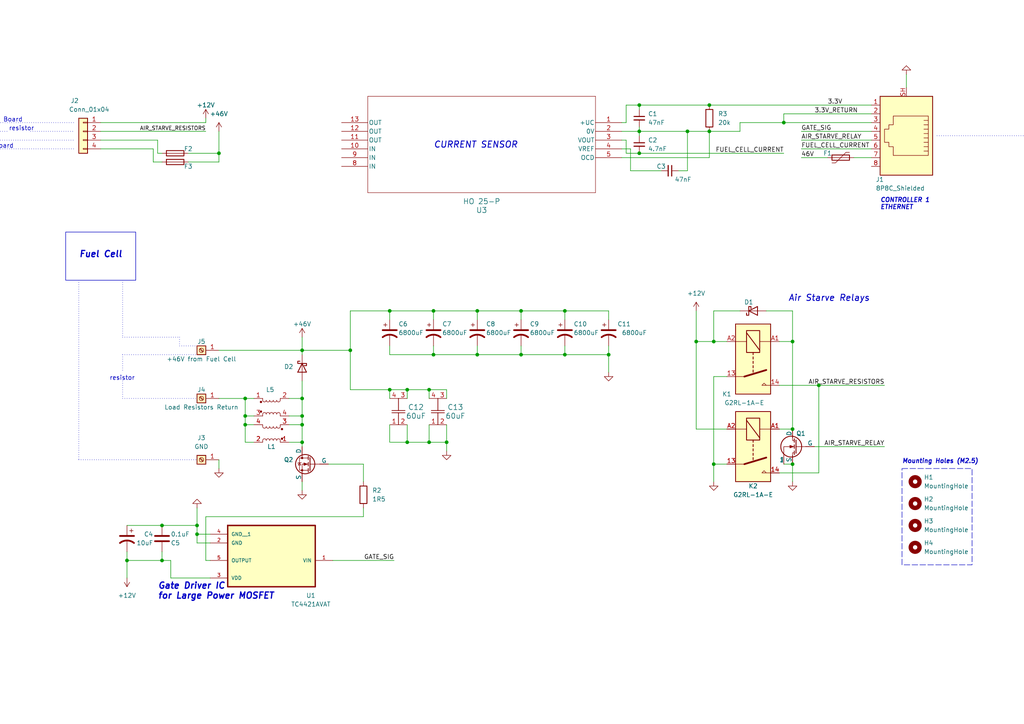
<source format=kicad_sch>
(kicad_sch (version 20230121) (generator eeschema)
  (paper "A4")
  (lib_symbols
    (symbol "2024-01-06_11-24-14:C4ATDBW5600A30J" (pin_names (offset 0.254))
      (property "Reference" "C" (at 2.54 5.08 0))
      (property "Value" "C4ATDBW5600A30J" (at 5.08 -5.08 0))
      (symbol "C4ATDBW5600A30J_0_1"
        (polyline (pts (xy 0 0) (xy 3.4798 0)) (stroke (width 0.2032)))
        (polyline (pts (xy 3.4798 -1.905) (xy 3.4798 1.905)) (stroke (width 0.2032)))
        (polyline (pts (xy 4.1148 -1.905) (xy 4.1148 1.905)) (stroke (width 0.2032)))
        (polyline (pts (xy 4.1148 0) (xy 7.62 0)) (stroke (width 0.2032)))
        (pin unspecified line (at 0 2.54 270) (length 2.54) (name "") (number "1"))
        (pin unspecified line (at 0 -2.54 90) (length 2.54) (name "") (number "2"))
        (pin unspecified line (at 7.62 -2.54 90) (length 2.54) (name "") (number "3"))
        (pin unspecified line (at 7.62 2.54 270) (length 2.54) (name "") (number "4"))
      )
    )
    (symbol "Connector:8P8C_Shielded" (pin_names (offset 1.016))
      (property "Reference" "J" (at -5.08 13.97 0))
      (property "Value" "8P8C_Shielded" (at 2.54 13.97 0))
      (symbol "8P8C_Shielded_0_1"
        (polyline (pts (xy -5.08 4.445) (xy -6.35 4.445)))
        (polyline (pts (xy -5.08 5.715) (xy -6.35 5.715)))
        (polyline (pts (xy -6.35 -3.175) (xy -5.08 -3.175) (xy -5.08 -3.175)))
        (polyline (pts (xy -6.35 -1.905) (xy -5.08 -1.905) (xy -5.08 -1.905)))
        (polyline (pts (xy -6.35 -0.635) (xy -5.08 -0.635) (xy -5.08 -0.635)))
        (polyline (pts (xy -6.35 0.635) (xy -5.08 0.635) (xy -5.08 0.635)))
        (polyline (pts (xy -6.35 1.905) (xy -5.08 1.905) (xy -5.08 1.905)))
        (polyline (pts (xy -5.08 3.175) (xy -6.35 3.175) (xy -6.35 3.175)))
        (polyline (pts (xy -6.35 -4.445) (xy -6.35 6.985) (xy 3.81 6.985) (xy 3.81 4.445) (xy 5.08 4.445) (xy 5.08 3.175) (xy 6.35 3.175) (xy 6.35 -0.635) (xy 5.08 -0.635) (xy 5.08 -1.905) (xy 3.81 -1.905) (xy 3.81 -4.445) (xy -6.35 -4.445) (xy -6.35 -4.445)))
        (rectangle (start 7.62 12.7) (end -7.62 -10.16) (stroke (width 0.254)) (fill (type background)))
      )
      (symbol "8P8C_Shielded_1_1"
        (pin passive line (at 10.16 -7.62 180) (length 2.54) (name "~") (number "1"))
        (pin passive line (at 10.16 -5.08 180) (length 2.54) (name "~") (number "2"))
        (pin passive line (at 10.16 -2.54 180) (length 2.54) (name "~") (number "3"))
        (pin passive line (at 10.16 0 180) (length 2.54) (name "~") (number "4"))
        (pin passive line (at 10.16 2.54 180) (length 2.54) (name "~") (number "5"))
        (pin passive line (at 10.16 5.08 180) (length 2.54) (name "~") (number "6"))
        (pin passive line (at 10.16 7.62 180) (length 2.54) (name "~") (number "7"))
        (pin passive line (at 10.16 10.16 180) (length 2.54) (name "~") (number "8"))
        (pin passive line (at 0 -12.7 90) (length 2.54) (name "~") (number "SH"))
      )
    )
    (symbol "Connector:Screw_Terminal_01x01" (pin_names (offset 1.016) hide)
      (property "Reference" "J" (at 0 2.54 0))
      (property "Value" "Screw_Terminal_01x01" (at 0 -2.54 0))
      (symbol "Screw_Terminal_01x01_1_1"
        (rectangle (start -1.27 1.27) (end 1.27 -1.27) (stroke (width 0.254)) (fill (type background)))
        (polyline (pts (xy -0.5334 0.3302) (xy 0.3302 -0.508)) (stroke (width 0.1524)))
        (polyline (pts (xy -0.3556 0.508) (xy 0.508 -0.3302)) (stroke (width 0.1524)))
        (circle (center 0 0) (radius 0.635) (stroke (width 0.1524)))
        (pin passive line (at -5.08 0 0) (length 3.81) (name "Pin_1") (number "1"))
      )
    )
    (symbol "Connector_Generic:Conn_01x04" (pin_names (offset 1.016) hide)
      (property "Reference" "J" (at 0 5.08 0))
      (property "Value" "Conn_01x04" (at 0 -7.62 0))
      (symbol "Conn_01x04_1_1"
        (rectangle (start -1.27 -4.953) (end 0 -5.207) (stroke (width 0.1524)))
        (rectangle (start -1.27 -2.413) (end 0 -2.667) (stroke (width 0.1524)))
        (rectangle (start -1.27 0.127) (end 0 -0.127) (stroke (width 0.1524)))
        (rectangle (start -1.27 2.667) (end 0 2.413) (stroke (width 0.1524)))
        (rectangle (start -1.27 3.81) (end 1.27 -6.35) (stroke (width 0.254)) (fill (type background)))
        (pin passive line (at -5.08 2.54 0) (length 3.81) (name "Pin_1") (number "1"))
        (pin passive line (at -5.08 0 0) (length 3.81) (name "Pin_2") (number "2"))
        (pin passive line (at -5.08 -2.54 0) (length 3.81) (name "Pin_3") (number "3"))
        (pin passive line (at -5.08 -5.08 0) (length 3.81) (name "Pin_4") (number "4"))
      )
    )
    (symbol "Device:C" (pin_numbers hide) (pin_names (offset 0.254))
      (property "Reference" "C" (at 0.635 2.54 0))
      (property "Value" "C" (at 0.635 -2.54 0))
      (symbol "C_0_1"
        (polyline (pts (xy -2.032 -0.762) (xy 2.032 -0.762)) (stroke (width 0.508)))
        (polyline (pts (xy -2.032 0.762) (xy 2.032 0.762)) (stroke (width 0.508)))
      )
      (symbol "C_1_1"
        (pin passive line (at 0 3.81 270) (length 2.794) (name "~") (number "1"))
        (pin passive line (at 0 -3.81 90) (length 2.794) (name "~") (number "2"))
      )
    )
    (symbol "Device:C_Polarized_US" (pin_numbers hide) (pin_names (offset 0.254) hide)
      (property "Reference" "C" (at 0.635 2.54 0))
      (property "Value" "C_Polarized_US" (at 0.635 -2.54 0))
      (symbol "C_Polarized_US_0_1"
        (polyline (pts (xy -2.032 0.762) (xy 2.032 0.762)) (stroke (width 0.508)))
        (polyline (pts (xy -1.778 2.286) (xy -0.762 2.286)))
        (polyline (pts (xy -1.27 1.778) (xy -1.27 2.794)))
        (arc (start 2.032 -1.27) (mid 0 -0.5572) (end -2.032 -1.27) (stroke (width 0.508)))
      )
      (symbol "C_Polarized_US_1_1"
        (pin passive line (at 0 3.81 270) (length 2.794) (name "~") (number "1"))
        (pin passive line (at 0 -3.81 90) (length 3.302) (name "~") (number "2"))
      )
    )
    (symbol "Device:C_Small" (pin_numbers hide) (pin_names (offset 0.254) hide)
      (property "Reference" "C" (at 0.254 1.778 0))
      (property "Value" "C_Small" (at 0.254 -2.032 0))
      (symbol "C_Small_0_1"
        (polyline (pts (xy -1.524 -0.508) (xy 1.524 -0.508)) (stroke (width 0.3302)))
        (polyline (pts (xy -1.524 0.508) (xy 1.524 0.508)) (stroke (width 0.3048)))
      )
      (symbol "C_Small_1_1"
        (pin passive line (at 0 2.54 270) (length 2.032) (name "~") (number "1"))
        (pin passive line (at 0 -2.54 90) (length 2.032) (name "~") (number "2"))
      )
    )
    (symbol "Device:D_Schottky" (pin_numbers hide) (pin_names (offset 1.016) hide)
      (property "Reference" "D" (at 0 2.54 0))
      (property "Value" "D_Schottky" (at 0 -2.54 0))
      (symbol "D_Schottky_0_1"
        (polyline (pts (xy 1.27 0) (xy -1.27 0)))
        (polyline (pts (xy 1.27 1.27) (xy 1.27 -1.27) (xy -1.27 0) (xy 1.27 1.27)) (stroke (width 0.254)))
        (polyline (pts (xy -1.905 0.635) (xy -1.905 1.27) (xy -1.27 1.27) (xy -1.27 -1.27) (xy -0.635 -1.27) (xy -0.635 -0.635)) (stroke (width 0.254)))
      )
      (symbol "D_Schottky_1_1"
        (pin passive line (at -3.81 0 0) (length 2.54) (name "K") (number "1"))
        (pin passive line (at 3.81 0 180) (length 2.54) (name "A") (number "2"))
      )
    )
    (symbol "Device:Fuse" (pin_numbers hide) (pin_names (offset 0))
      (property "Reference" "F" (at 2.032 0 90))
      (property "Value" "Fuse" (at -1.905 0 90))
      (symbol "Fuse_0_1"
        (rectangle (start -0.762 -2.54) (end 0.762 2.54) (stroke (width 0.254)))
        (polyline (pts (xy 0 2.54) (xy 0 -2.54)))
      )
      (symbol "Fuse_1_1"
        (pin passive line (at 0 3.81 270) (length 1.27) (name "~") (number "1"))
        (pin passive line (at 0 -3.81 90) (length 1.27) (name "~") (number "2"))
      )
    )
    (symbol "Device:L_Coupled" (pin_names (offset 0.254) hide)
      (property "Reference" "L" (at 0 4.445 0))
      (property "Value" "L_Coupled" (at 0 -4.445 0))
      (symbol "L_Coupled_0_1"
        (circle (center -3.048 -1.27) (radius 0.254) (fill (type outline)))
        (circle (center -3.048 1.524) (radius 0.254) (fill (type outline)))
        (arc (start -2.54 2.032) (mid -2.032 1.5262) (end -1.524 2.032))
        (arc (start -1.524 -2.032) (mid -2.032 -1.5262) (end -2.54 -2.032))
        (arc (start -1.524 2.032) (mid -1.016 1.5262) (end -0.508 2.032))
        (arc (start -0.508 -2.032) (mid -1.016 -1.5262) (end -1.524 -2.032))
        (arc (start -0.508 2.032) (mid 0 1.5262) (end 0.508 2.032))
        (polyline (pts (xy -2.54 -2.032) (xy -2.54 -2.54)))
        (polyline (pts (xy -2.54 2.032) (xy -2.54 2.54)))
        (polyline (pts (xy 2.54 -2.032) (xy 2.54 -2.54)))
        (polyline (pts (xy 2.54 2.54) (xy 2.54 2.032)))
        (arc (start 0.508 -2.032) (mid 0 -1.5262) (end -0.508 -2.032))
        (arc (start 0.508 2.032) (mid 1.016 1.5262) (end 1.524 2.032))
        (arc (start 1.524 -2.032) (mid 1.016 -1.5262) (end 0.508 -2.032))
        (arc (start 1.524 2.032) (mid 2.032 1.5262) (end 2.54 2.032))
        (arc (start 2.54 -2.032) (mid 2.032 -1.5262) (end 1.524 -2.032))
      )
      (symbol "L_Coupled_1_1"
        (pin passive line (at -5.08 2.54 0) (length 2.54) (name "1") (number "1"))
        (pin passive line (at 5.08 2.54 180) (length 2.54) (name "2") (number "2"))
        (pin passive line (at -5.08 -2.54 0) (length 2.54) (name "3") (number "3"))
        (pin passive line (at 5.08 -2.54 180) (length 2.54) (name "4") (number "4"))
      )
    )
    (symbol "Device:Polyfuse" (pin_numbers hide) (pin_names (offset 0))
      (property "Reference" "F" (at -2.54 0 90))
      (property "Value" "Polyfuse" (at 2.54 0 90))
      (symbol "Polyfuse_0_1"
        (rectangle (start -0.762 2.54) (end 0.762 -2.54) (stroke (width 0.254)))
        (polyline (pts (xy 0 2.54) (xy 0 -2.54)))
        (polyline (pts (xy -1.524 2.54) (xy -1.524 1.524) (xy 1.524 -1.524) (xy 1.524 -2.54)))
      )
      (symbol "Polyfuse_1_1"
        (pin passive line (at 0 3.81 270) (length 1.27) (name "~") (number "1"))
        (pin passive line (at 0 -3.81 90) (length 1.27) (name "~") (number "2"))
      )
    )
    (symbol "Device:R" (pin_numbers hide) (pin_names (offset 0))
      (property "Reference" "R" (at 2.032 0 90))
      (property "Value" "R" (at 0 0 90))
      (symbol "R_0_1"
        (rectangle (start -1.016 -2.54) (end 1.016 2.54) (stroke (width 0.254)))
      )
      (symbol "R_1_1"
        (pin passive line (at 0 3.81 270) (length 1.27) (name "~") (number "1"))
        (pin passive line (at 0 -3.81 90) (length 1.27) (name "~") (number "2"))
      )
    )
    (symbol "HO25-P Current Sensor:HO_25-P" (pin_names (offset 0.254))
      (property "Reference" "U" (at 40.64 12.7 0))
      (property "Value" "HO 25-P" (at 40.64 10.16 0))
      (symbol "HO_25-P_0_1"
        (polyline (pts (xy 7.62 -20.32) (xy 73.66 -20.32)) (stroke (width 0.127)))
        (polyline (pts (xy 7.62 7.62) (xy 7.62 -20.32)) (stroke (width 0.127)))
        (polyline (pts (xy 73.66 -20.32) (xy 73.66 7.62)) (stroke (width 0.127)))
        (polyline (pts (xy 73.66 7.62) (xy 7.62 7.62)) (stroke (width 0.127)))
        (pin unspecified line (at 0 0 0) (length 7.62) (name "+UC") (number "1"))
        (pin input line (at 81.28 -7.62 180) (length 7.62) (name "IN") (number "10"))
        (pin output line (at 81.28 -5.08 180) (length 7.62) (name "OUT") (number "11"))
        (pin output line (at 81.28 -2.54 180) (length 7.62) (name "OUT") (number "12"))
        (pin output line (at 81.28 0 180) (length 7.62) (name "OUT") (number "13"))
        (pin power_out line (at 0 -2.54 0) (length 7.62) (name "0V") (number "2"))
        (pin output line (at 0 -5.08 0) (length 7.62) (name "VOUT") (number "3"))
        (pin power_in line (at 0 -7.62 0) (length 7.62) (name "VREF") (number "4"))
        (pin unspecified line (at 0 -10.16 0) (length 7.62) (name "OCD") (number "5"))
        (pin input line (at 81.28 -12.7 180) (length 7.62) (name "IN") (number "8"))
        (pin input line (at 81.28 -10.16 180) (length 7.62) (name "IN") (number "9"))
      )
    )
    (symbol "Mechanical:MountingHole" (pin_names (offset 1.016))
      (property "Reference" "H" (at 0 5.08 0))
      (property "Value" "MountingHole" (at 0 3.175 0))
      (symbol "MountingHole_0_1"
        (circle (center 0 0) (radius 1.27) (stroke (width 1.27)))
      )
    )
    (symbol "New_Library:+46V" (power) (pin_names (offset 0)) (in_bom no) (on_board no)
      (property "Value" "+46V" (at 0 3.81 0))
      (symbol "+46V_0_1"
        (polyline (pts (xy -0.762 1.27) (xy 0 2.54)))
        (polyline (pts (xy 0 0) (xy 0 2.54)))
        (polyline (pts (xy 0 2.54) (xy 0.762 1.27)))
      )
      (symbol "+46V_1_1"
        (pin power_in line (at 0 0 90) (length 0) hide (name "+46V") (number "1"))
      )
    )
    (symbol "Relay:G2RL-1A-E"
      (property "Reference" "K" (at 11.43 3.81 0))
      (property "Value" "G2RL-1A-E" (at 11.43 1.27 0))
      (symbol "G2RL-1A-E_0_0"
        (polyline (pts (xy 7.62 5.08) (xy 7.62 2.54) (xy 6.985 3.175) (xy 7.62 3.81)))
      )
      (symbol "G2RL-1A-E_0_1"
        (rectangle (start -10.16 5.08) (end 10.16 -5.08) (stroke (width 0.254)) (fill (type background)))
        (rectangle (start -8.255 1.905) (end -1.905 -1.905) (stroke (width 0.254)))
        (polyline (pts (xy -7.62 -1.905) (xy -2.54 1.905)) (stroke (width 0.254)))
        (polyline (pts (xy -5.08 -5.08) (xy -5.08 -1.905)))
        (polyline (pts (xy -5.08 5.08) (xy -5.08 1.905)))
        (polyline (pts (xy -1.905 0) (xy -1.27 0)) (stroke (width 0.254)))
        (polyline (pts (xy -0.635 0) (xy 0 0)) (stroke (width 0.254)))
        (polyline (pts (xy 0.635 0) (xy 1.27 0)) (stroke (width 0.254)))
        (polyline (pts (xy 1.905 0) (xy 2.54 0)) (stroke (width 0.254)))
        (polyline (pts (xy 3.175 0) (xy 3.81 0)) (stroke (width 0.254)))
        (polyline (pts (xy 5.08 -2.54) (xy 3.175 3.81)) (stroke (width 0.508)))
        (polyline (pts (xy 5.08 -2.54) (xy 5.08 -5.08)))
      )
      (symbol "G2RL-1A-E_1_1"
        (pin passive line (at 5.08 -7.62 90) (length 2.54) (name "~") (number "13"))
        (pin passive line (at 7.62 7.62 270) (length 2.54) (name "~") (number "14"))
        (pin passive line (at -5.08 7.62 270) (length 2.54) (name "~") (number "A1"))
        (pin passive line (at -5.08 -7.62 90) (length 2.54) (name "~") (number "A2"))
      )
    )
    (symbol "Simulation_SPICE:NMOS" (pin_numbers hide) (pin_names (offset 0))
      (property "Reference" "Q2" (at 5.08 1.27 0))
      (symbol "NMOS_0_1"
        (polyline (pts (xy 0.254 0) (xy -2.54 0)))
        (polyline (pts (xy 0.254 1.905) (xy 0.254 -1.905)) (stroke (width 0.254)))
        (polyline (pts (xy 0.762 -1.27) (xy 0.762 -2.286)) (stroke (width 0.254)))
        (polyline (pts (xy 0.762 0.508) (xy 0.762 -0.508)) (stroke (width 0.254)))
        (polyline (pts (xy 0.762 2.286) (xy 0.762 1.27)) (stroke (width 0.254)))
        (polyline (pts (xy 2.54 2.54) (xy 2.54 1.778)))
        (polyline (pts (xy 2.54 -2.54) (xy 2.54 0) (xy 0.762 0)))
        (polyline (pts (xy 0.762 -1.778) (xy 3.302 -1.778) (xy 3.302 1.778) (xy 0.762 1.778)))
        (polyline (pts (xy 1.016 0) (xy 2.032 0.381) (xy 2.032 -0.381) (xy 1.016 0)) (fill (type outline)))
        (polyline (pts (xy 2.794 0.508) (xy 2.921 0.381) (xy 3.683 0.381) (xy 3.81 0.254)))
        (polyline (pts (xy 3.302 0.381) (xy 2.921 -0.254) (xy 3.683 -0.254) (xy 3.302 0.381)))
        (circle (center 1.651 0) (radius 2.794) (stroke (width 0.254)))
        (circle (center 2.54 -1.778) (radius 0.254) (fill (type outline)))
        (circle (center 2.54 1.778) (radius 0.254) (fill (type outline)))
      )
      (symbol "NMOS_1_1"
        (pin passive line (at 2.54 5.08 270) (length 2.54) (name "D") (number "1"))
        (pin input line (at -5.08 0 0) (length 2.54) (name "G") (number "2"))
        (pin passive line (at 2.54 -5.08 90) (length 2.54) (name "S") (number "3"))
      )
    )
    (symbol "Simulation_SPICE:NMOS_Substrate" (pin_numbers hide) (pin_names (offset 0))
      (property "Reference" "Q" (at 6.985 1.27 0))
      (property "Value" "NMOS_Substrate" (at 6.985 -1.27 0))
      (symbol "NMOS_Substrate_0_1"
        (polyline (pts (xy 1.524 0) (xy -1.27 0)))
        (polyline (pts (xy 1.524 1.905) (xy 1.524 -1.905)) (stroke (width 0.254)))
        (polyline (pts (xy 2.032 -1.27) (xy 2.032 -2.286)) (stroke (width 0.254)))
        (polyline (pts (xy 2.032 0.508) (xy 2.032 -0.508)) (stroke (width 0.254)))
        (polyline (pts (xy 2.032 2.286) (xy 2.032 1.27)) (stroke (width 0.254)))
        (polyline (pts (xy 2.032 1.778) (xy 2.54 1.778) (xy 2.54 2.54)))
        (polyline (pts (xy 2.54 -2.54) (xy 2.54 -1.778) (xy 2.032 -1.778)))
        (polyline (pts (xy 5.08 -2.54) (xy 5.08 0) (xy 2.032 0)))
        (polyline (pts (xy 2.286 0) (xy 3.302 0.381) (xy 3.302 -0.381) (xy 2.286 0)) (fill (type outline)))
        (circle (center 2.921 0) (radius 3.0294) (stroke (width 0.254)))
      )
      (symbol "NMOS_Substrate_1_1"
        (pin passive line (at 2.54 5.08 270) (length 2.54) (name "D") (number "1"))
        (pin input line (at -3.81 0 0) (length 2.54) (name "G") (number "2"))
        (pin passive line (at 2.54 -5.08 90) (length 2.54) (name "S") (number "3"))
        (pin input line (at 5.08 -5.08 90) (length 2.54) (name "Bulk") (number "4"))
      )
    )
    (symbol "TC4421AVAT:TC4421AVAT" (pin_names (offset 1.016))
      (property "Reference" "U" (at -12.7 8.62 0))
      (property "Value" "TC4421AVAT" (at -12.7 -14.16 0))
      (symbol "TC4421AVAT_0_0"
        (rectangle (start -12.7 -10.16) (end 12.7 7.62) (stroke (width 0.41)) (fill (type background)))
        (pin input line (at -17.78 0 0) (length 5.08) (name "VIN") (number "1"))
        (pin power_in line (at 17.78 -5.08 180) (length 5.08) (name "GND") (number "2"))
        (pin power_in line (at 17.78 5.08 180) (length 5.08) (name "VDD") (number "3"))
        (pin power_in line (at 17.78 -7.62 180) (length 5.08) (name "GND__1") (number "4"))
        (pin output line (at 17.78 0 180) (length 5.08) (name "OUTPUT") (number "5"))
      )
    )
    (symbol "power:+12V" (power) (pin_names (offset 0))
      (property "Value" "+12V" (at 0 3.556 0))
      (symbol "+12V_0_1"
        (polyline (pts (xy -0.762 1.27) (xy 0 2.54)))
        (polyline (pts (xy 0 0) (xy 0 2.54)))
        (polyline (pts (xy 0 2.54) (xy 0.762 1.27)))
      )
      (symbol "+12V_1_1"
        (pin power_in line (at 0 0 90) (length 0) hide (name "+12V") (number "1"))
      )
    )
    (symbol "power:GND" (power) (pin_names (offset 0))
      (property "Value" "GND" (at 0 -3.81 0))
      (symbol "GND_0_1"
        (polyline (pts (xy 0 0) (xy 0 -1.27) (xy 1.27 -1.27) (xy 0 -2.54) (xy -1.27 -1.27) (xy 0 -1.27)))
      )
      (symbol "GND_1_1"
        (pin power_in line (at 0 0 270) (length 0) hide (name "GND") (number "1"))
      )
    )
  )
  (junction (at 138.43 90.17))
  (junction (at 229.87 124.46))
  (junction (at 46.99 162.56))
  (junction (at 229.87 134.62))
  (junction (at 199.39 38.1))
  (junction (at 57.15 152.4))
  (junction (at 124.46 128.27))
  (junction (at 36.83 162.56))
  (junction (at 101.6 101.6))
  (junction (at 124.46 113.03))
  (junction (at 138.43 102.87))
  (junction (at 46.99 152.4))
  (junction (at 87.63 123.19))
  (junction (at 163.83 102.87))
  (junction (at 207.01 134.62))
  (junction (at 125.73 102.87))
  (junction (at 176.53 102.87))
  (junction (at 113.03 113.03))
  (junction (at 185.42 44.45))
  (junction (at 201.93 99.06))
  (junction (at 205.74 38.1))
  (junction (at 113.03 90.17))
  (junction (at 63.5 44.45))
  (junction (at 237.49 111.76))
  (junction (at 205.74 30.48))
  (junction (at 227.33 35.56))
  (junction (at 57.15 154.94))
  (junction (at 125.73 90.17))
  (junction (at 87.63 115.57))
  (junction (at 129.54 128.27))
  (junction (at 151.13 102.87))
  (junction (at 87.63 101.6))
  (junction (at 71.12 120.65))
  (junction (at 87.63 128.27))
  (junction (at 71.12 115.57))
  (junction (at 118.11 128.27))
  (junction (at 163.83 90.17))
  (junction (at 151.13 90.17))
  (junction (at 71.12 123.19))
  (junction (at 185.42 38.1))
  (junction (at 229.87 99.06))
  (junction (at 185.42 30.48))
  (junction (at 87.63 120.65))
  (junction (at 207.01 99.06))
  (junction (at 118.11 113.03))
  (wire (pts (xy 95.25 134.62) (xy 105.41 134.62)))
  (wire (pts (xy 237.49 111.76) (xy 256.54 111.76)))
  (wire (pts (xy 262.89 21.59) (xy 262.89 25.4)))
  (wire (pts (xy 87.63 115.57) (xy 87.63 120.65)))
  (wire (pts (xy 36.83 162.56) (xy 36.83 167.64)))
  (wire (pts (xy 57.15 154.94) (xy 57.15 152.4)))
  (wire (pts (xy 118.11 113.03) (xy 118.11 115.57)))
  (wire (pts (xy 176.53 90.17) (xy 176.53 92.71)))
  (wire (pts (xy 151.13 90.17) (xy 151.13 92.71)))
  (wire (pts (xy 207.01 109.22) (xy 207.01 134.62)))
  (wire (pts (xy 124.46 123.19) (xy 124.46 128.27)))
  (wire (pts (xy 87.63 128.27) (xy 87.63 129.54)))
  (wire (pts (xy 163.83 100.33) (xy 163.83 102.87)))
  (wire (pts (xy 73.66 128.27) (xy 71.12 128.27)))
  (wire (pts (xy 176.53 102.87) (xy 176.53 107.95)))
  (wire (pts (xy 207.01 99.06) (xy 210.82 99.06)))
  (wire (pts (xy 181.61 30.48) (xy 181.61 35.56)))
  (wire (pts (xy 125.73 90.17) (xy 138.43 90.17)))
  (wire (pts (xy 63.5 44.45) (xy 54.61 44.45)))
  (wire (pts (xy 59.69 38.1) (xy 29.21 38.1)))
  (wire (pts (xy 118.11 123.19) (xy 118.11 128.27)))
  (wire (pts (xy 113.03 113.03) (xy 118.11 113.03)))
  (wire (pts (xy 201.93 99.06) (xy 201.93 124.46)))
  (wire (pts (xy 227.33 35.56) (xy 227.33 33.02)))
  (wire (pts (xy 71.12 120.65) (xy 73.66 120.65)))
  (wire (pts (xy 49.53 167.64) (xy 60.96 167.64)))
  (wire (pts (xy 59.69 34.29) (xy 59.69 35.56)))
  (wire (pts (xy 125.73 100.33) (xy 125.73 102.87)))
  (wire (pts (xy 163.83 90.17) (xy 163.83 92.71)))
  (wire (pts (xy 101.6 101.6) (xy 101.6 90.17)))
  (wire (pts (xy 101.6 113.03) (xy 113.03 113.03)))
  (wire (pts (xy 180.34 45.72) (xy 205.74 45.72)))
  (wire (pts (xy 181.61 35.56) (xy 180.34 35.56)))
  (wire (pts (xy 57.15 152.4) (xy 57.15 147.32)))
  (wire (pts (xy 46.99 162.56) (xy 46.99 160.02)))
  (wire (pts (xy 201.93 99.06) (xy 207.01 99.06)))
  (wire (pts (xy 87.63 139.7) (xy 87.63 142.24)))
  (wire (pts (xy 185.42 36.83) (xy 185.42 38.1)))
  (wire (pts (xy 237.49 111.76) (xy 237.49 137.16)))
  (wire (pts (xy 138.43 90.17) (xy 138.43 92.71)))
  (wire (pts (xy 229.87 90.17) (xy 222.25 90.17)))
  (wire (pts (xy 151.13 102.87) (xy 163.83 102.87)))
  (wire (pts (xy 207.01 109.22) (xy 210.82 109.22)))
  (wire (pts (xy 229.87 99.06) (xy 229.87 124.46)))
  (wire (pts (xy 163.83 102.87) (xy 176.53 102.87)))
  (wire (pts (xy 46.99 152.4) (xy 57.15 152.4)))
  (wire (pts (xy 124.46 113.03) (xy 124.46 115.57)))
  (wire (pts (xy 226.06 137.16) (xy 237.49 137.16)))
  (wire (pts (xy 214.63 35.56) (xy 214.63 38.1)))
  (wire (pts (xy 87.63 101.6) (xy 101.6 101.6)))
  (wire (pts (xy 45.72 40.64) (xy 29.21 40.64)))
  (wire (pts (xy 207.01 90.17) (xy 207.01 99.06)))
  (wire (pts (xy 138.43 102.87) (xy 151.13 102.87)))
  (wire (pts (xy 63.5 46.99) (xy 54.61 46.99)))
  (wire (pts (xy 199.39 49.53) (xy 196.85 49.53)))
  (wire (pts (xy 59.69 149.86) (xy 105.41 149.86)))
  (wire (pts (xy 227.33 134.62) (xy 229.87 134.62)))
  (wire (pts (xy 180.34 38.1) (xy 185.42 38.1)))
  (wire (pts (xy 138.43 90.17) (xy 151.13 90.17)))
  (wire (pts (xy 214.63 90.17) (xy 207.01 90.17)))
  (wire (pts (xy 182.88 43.18) (xy 182.88 49.53)))
  (wire (pts (xy 118.11 128.27) (xy 124.46 128.27)))
  (wire (pts (xy 201.93 124.46) (xy 210.82 124.46)))
  (wire (pts (xy 124.46 113.03) (xy 129.54 113.03)))
  (wire (pts (xy 36.83 152.4) (xy 46.99 152.4)))
  (wire (pts (xy 87.63 123.19) (xy 87.63 128.27)))
  (wire (pts (xy 46.99 46.99) (xy 44.45 46.99)))
  (wire (pts (xy 185.42 38.1) (xy 199.39 38.1)))
  (wire (pts (xy 87.63 120.65) (xy 87.63 123.19)))
  (wire (pts (xy 205.74 30.48) (xy 252.73 30.48)))
  (wire (pts (xy 71.12 115.57) (xy 73.66 115.57)))
  (wire (pts (xy 227.33 33.02) (xy 252.73 33.02)))
  (wire (pts (xy 229.87 134.62) (xy 229.87 139.7)))
  (wire (pts (xy 129.54 128.27) (xy 129.54 123.19)))
  (wire (pts (xy 49.53 162.56) (xy 49.53 167.64)))
  (wire (pts (xy 87.63 110.49) (xy 87.63 115.57)))
  (wire (pts (xy 226.06 99.06) (xy 229.87 99.06)))
  (wire (pts (xy 199.39 38.1) (xy 199.39 49.53)))
  (wire (pts (xy 83.82 123.19) (xy 87.63 123.19)))
  (wire (pts (xy 125.73 90.17) (xy 125.73 92.71)))
  (wire (pts (xy 44.45 43.18) (xy 29.21 43.18)))
  (wire (pts (xy 182.88 43.18) (xy 180.34 43.18)))
  (wire (pts (xy 151.13 100.33) (xy 151.13 102.87)))
  (wire (pts (xy 124.46 128.27) (xy 129.54 128.27)))
  (wire (pts (xy 63.5 115.57) (xy 71.12 115.57)))
  (wire (pts (xy 101.6 90.17) (xy 113.03 90.17)))
  (wire (pts (xy 36.83 162.56) (xy 36.83 160.02)))
  (wire (pts (xy 129.54 128.27) (xy 129.54 130.81)))
  (wire (pts (xy 207.01 134.62) (xy 207.01 139.7)))
  (wire (pts (xy 229.87 90.17) (xy 229.87 99.06)))
  (wire (pts (xy 113.03 90.17) (xy 125.73 90.17)))
  (wire (pts (xy 71.12 123.19) (xy 71.12 128.27)))
  (wire (pts (xy 57.15 157.48) (xy 60.96 157.48)))
  (wire (pts (xy 118.11 113.03) (xy 124.46 113.03)))
  (wire (pts (xy 44.45 46.99) (xy 44.45 43.18)))
  (wire (pts (xy 181.61 44.45) (xy 185.42 44.45)))
  (wire (pts (xy 113.03 90.17) (xy 113.03 92.71)))
  (wire (pts (xy 205.74 38.1) (xy 205.74 45.72)))
  (wire (pts (xy 59.69 149.86) (xy 59.69 162.56)))
  (wire (pts (xy 214.63 35.56) (xy 227.33 35.56)))
  (wire (pts (xy 185.42 30.48) (xy 185.42 31.75)))
  (wire (pts (xy 46.99 44.45) (xy 45.72 44.45)))
  (wire (pts (xy 59.69 35.56) (xy 29.21 35.56)))
  (wire (pts (xy 71.12 115.57) (xy 71.12 120.65)))
  (wire (pts (xy 185.42 30.48) (xy 205.74 30.48)))
  (wire (pts (xy 185.42 39.37) (xy 185.42 38.1)))
  (wire (pts (xy 226.06 111.76) (xy 237.49 111.76)))
  (wire (pts (xy 63.5 46.99) (xy 63.5 44.45)))
  (wire (pts (xy 63.5 38.1) (xy 63.5 44.45)))
  (wire (pts (xy 232.41 45.72) (xy 240.03 45.72)))
  (wire (pts (xy 236.22 129.54) (xy 256.54 129.54)))
  (wire (pts (xy 36.83 162.56) (xy 46.99 162.56)))
  (wire (pts (xy 181.61 40.64) (xy 181.61 44.45)))
  (wire (pts (xy 105.41 139.7) (xy 105.41 134.62)))
  (wire (pts (xy 87.63 101.6) (xy 87.63 102.87)))
  (wire (pts (xy 113.03 100.33) (xy 113.03 102.87)))
  (wire (pts (xy 57.15 157.48) (xy 57.15 154.94)))
  (wire (pts (xy 191.77 49.53) (xy 182.88 49.53)))
  (wire (pts (xy 113.03 102.87) (xy 125.73 102.87)))
  (wire (pts (xy 129.54 113.03) (xy 129.54 115.57)))
  (wire (pts (xy 45.72 44.45) (xy 45.72 40.64)))
  (wire (pts (xy 185.42 44.45) (xy 227.33 44.45)))
  (wire (pts (xy 227.33 35.56) (xy 252.73 35.56)))
  (wire (pts (xy 83.82 128.27) (xy 87.63 128.27)))
  (wire (pts (xy 63.5 101.6) (xy 87.63 101.6)))
  (wire (pts (xy 125.73 102.87) (xy 138.43 102.87)))
  (wire (pts (xy 83.82 120.65) (xy 87.63 120.65)))
  (wire (pts (xy 113.03 128.27) (xy 118.11 128.27)))
  (wire (pts (xy 232.41 43.18) (xy 252.73 43.18)))
  (wire (pts (xy 180.34 40.64) (xy 181.61 40.64)))
  (wire (pts (xy 201.93 90.17) (xy 201.93 99.06)))
  (wire (pts (xy 83.82 115.57) (xy 87.63 115.57)))
  (wire (pts (xy 205.74 38.1) (xy 214.63 38.1)))
  (wire (pts (xy 113.03 123.19) (xy 113.03 128.27)))
  (wire (pts (xy 114.3 162.56) (xy 96.52 162.56)))
  (wire (pts (xy 63.5 133.35) (xy 63.5 135.89)))
  (wire (pts (xy 229.87 124.46) (xy 226.06 124.46)))
  (wire (pts (xy 232.41 38.1) (xy 252.73 38.1)))
  (wire (pts (xy 113.03 113.03) (xy 113.03 115.57)))
  (wire (pts (xy 207.01 134.62) (xy 210.82 134.62)))
  (wire (pts (xy 57.15 154.94) (xy 60.96 154.94)))
  (wire (pts (xy 71.12 123.19) (xy 73.66 123.19)))
  (wire (pts (xy 87.63 97.79) (xy 87.63 101.6)))
  (wire (pts (xy 185.42 30.48) (xy 181.61 30.48)))
  (wire (pts (xy 232.41 40.64) (xy 252.73 40.64)))
  (wire (pts (xy 105.41 149.86) (xy 105.41 147.32)))
  (wire (pts (xy 59.69 162.56) (xy 60.96 162.56)))
  (wire (pts (xy 199.39 38.1) (xy 205.74 38.1)))
  (wire (pts (xy 163.83 90.17) (xy 176.53 90.17)))
  (wire (pts (xy 49.53 162.56) (xy 46.99 162.56)))
  (wire (pts (xy 101.6 113.03) (xy 101.6 101.6)))
  (wire (pts (xy 247.65 45.72) (xy 252.73 45.72)))
  (wire (pts (xy 138.43 100.33) (xy 138.43 102.87)))
  (wire (pts (xy 176.53 100.33) (xy 176.53 102.87)))
  (wire (pts (xy 151.13 90.17) (xy 163.83 90.17)))
  (wire (pts (xy 71.12 120.65) (xy 71.12 123.19)))
  (rectangle (start -22.86 43.18) (end 21.59 43.18) (stroke (width 0) (type dot)))
  (rectangle (start -10.16 40.64) (end 21.59 40.64) (stroke (width 0) (type dot)))
  (rectangle (start 35.56 110.49) (end 35.56 115.57) (stroke (width 0) (type dot)))
  (rectangle (start -10.16 38.1) (end 2.54 38.1) (stroke (width 0) (type dot)))
  (rectangle (start 35.56 102.87) (end 35.56 107.95) (stroke (width 0) (type dot)))
  (rectangle (start 35.56 81.28) (end 35.56 97.79) (stroke (width 0) (type dot)))
  (rectangle (start 271.78 39.37) (end 316.23 39.37) (stroke (width 0) (type dot)))
  (rectangle (start 35.56 115.57) (end 57.15 115.57) (stroke (width 0) (type dot)))
  (rectangle (start -10.16 38.1) (end -10.16 40.64) (stroke (width 0) (type dot)))
  (rectangle (start 22.86 81.28) (end 22.86 133.35) (stroke (width 0) (type dot)))
  (rectangle (start 52.07 97.79) (end 52.07 100.33) (stroke (width 0) (type dot)))
  (rectangle (start -22.86 35.56) (end 21.59 35.56) (stroke (width 0) (type dot)))
  (rectangle (start 19.05 67.31) (end 39.37 81.28))
  (rectangle (start 35.56 102.87) (end 57.15 102.87) (stroke (width 0) (type dot)))
  (rectangle (start 35.56 97.79) (end 52.07 97.79) (stroke (width 0) (type dot)))
  (rectangle (start 22.86 133.35) (end 57.15 133.35) (stroke (width 0) (type dot)))
  (rectangle (start 8.89 38.1) (end 21.59 38.1) (stroke (width 0) (type dot)))
  (rectangle (start 52.07 100.33) (end 57.15 100.33) (stroke (width 0) (type dot)))
  (rectangle (start 261.62 135.89) (end 281.94 163.83) (stroke (width 0) (type dash)))
  (text "CONTROLLER 1\nETHERNET" (at 255.27 60.96 0) (effects (font (size 1.27 1.27) (thickness 0.254) bold italic) (justify left bottom)))
  (text "Mounting Holes (M2.5)\n" (at 261.62 134.62 0) (effects (font (size 1.27 1.27) (thickness 0.254) bold italic) (justify left bottom)))
  (text "To Controller Board" (at 297.18 38.1 0) (effects (font (size 1.27 1.27) bold italic) (justify left bottom)))
  (text "resistor\n" (at 31.75 110.49 0) (effects (font (size 1.27 1.27)) (justify left bottom)))
  (text "From Voltage Regulator Board\n" (at -22.86 35.56 0) (effects (font (size 1.27 1.27)) (justify left bottom)))
  (text "To Voltage Regulator Board\n" (at -22.86 43.18 0) (effects (font (size 1.27 1.27)) (justify left bottom)))
  (text "Fuel Cell" (at 22.86 74.93 0) (effects (font (size 1.8 1.8) bold italic) (justify left bottom)))
  (text "resistor\n" (at 2.54 38.1 0) (effects (font (size 1.27 1.27)) (justify left bottom)))
  (text "Air Starve Relays\n" (at 228.6 87.63 0) (effects (font (size 1.8 1.8) (thickness 0.254) bold italic) (justify left bottom)))
  (text "Gate Driver IC \nfor Large Power MOSFET" (at 45.72 173.99 0) (effects (font (size 1.8 1.8) bold italic) (justify left bottom)))
  (text "CURRENT SENSOR\n" (at 125.73 43.18 0) (effects (font (size 1.8 1.8) (thickness 0.254) bold italic) (justify left bottom)))
  (label "GATE_SIG" (at 232.41 38.1 0))
  (label "AIR_STARVE_RESISTORS" (at 59.69 38.1 180) (effects (font (size 1.1 1.1))))
  (label "GATE_SIG" (at 114.3 162.56 180))
  (label "FUEL_CELL_CURRENT" (at 227.33 44.45 180))
  (label "3.3V_RETURN" (at 236.22 33.02 0))
  (label "AIR_STARVE_RELAY" (at 256.54 129.54 180))
  (label "AIR_STARVE_RESISTORS" (at 256.54 111.76 180))
  (label "3.3V" (at 240.03 30.48 0))
  (label "46V" (at 232.41 45.72 0))
  (label "FUEL_CELL_CURRENT" (at 232.41 43.18 0))
  (label "AIR_STARVE_RELAY" (at 232.41 40.64 0))
  (symbol (lib_id "Mechanical:MountingHole") (at 265.43 146.05 0) (unit 1)
    (property "Reference" "H2" (at 267.97 144.78 0) (effects (justify left)))
    (property "Value" "MountingHole" (at 267.97 147.32 0) (effects (justify left)))
    (property "Footprint" "MountingHole:MountingHole_2.7mm_M2.5" (effects hide))
  )
  (symbol (lib_id "power:GND") (at 207.01 139.7 0) (unit 1)
    (property "Reference" "#PWR03" (effects hide))
    (property "Value" "GND" (effects hide))
  )
  (symbol (lib_id "2024-01-06_11-24-14:C4ATDBW5600A30J") (at 115.57 123.19 90) (unit 1)
    (property "Reference" "C12" (at 120.65 118.11 90) (effects (font (size 1.524 1.524))))
    (property "Value" "60uF" (at 120.65 120.65 90) (effects (font (size 1.524 1.524))))
    (property "Footprint" "C4A-060_KEM" (effects hide))
    (property "Datasheet" "C4ATDBW5600A30J" (effects hide))
  )
  (symbol (lib_id "Device:Fuse") (at 50.8 46.99 270) (mirror x) (unit 1)
    (property "Reference" "F3" (at 54.61 48.26 90))
    (property "Value" "Fuse" (effects hide))
    (property "Footprint" "Fuse:Fuseholder_Blade_Mini_Keystone_3568" (effects hide))
  )
  (symbol (lib_id "Device:L_Coupled") (at 78.74 118.11 0) (unit 1)
    (property "Reference" "L5" (at 78.359 113.03 0))
    (property "Value" "L_Coupled" (effects hide))
    (property "Footprint" "KiCADv6:FIL_CMX1616Z171B-10" (effects hide))
  )
  (symbol (lib_id "power:+12V") (at 36.83 167.64 0) (mirror x) (unit 1)
    (property "Reference" "#PWR07" (effects hide))
    (property "Value" "+12V" (at 36.83 172.72 0))
  )
  (symbol (lib_id "Device:Polyfuse") (at 243.84 45.72 90) (unit 1)
    (property "Reference" "F1" (at 240.03 44.45 90))
    (property "Value" "Polyfuse" (effects hide))
    (property "Footprint" "Fuse:Fuse_1206_3216Metric" (effects hide))
  )
  (symbol (lib_id "power:+12V") (at 59.69 34.29 0) (mirror y) (unit 1)
    (property "Reference" "#PWR05" (effects hide))
    (property "Value" "+12V" (at 59.69 30.48 0))
  )
  (symbol (lib_id "Device:R") (at 205.74 34.29 0) (unit 1)
    (property "Reference" "R3" (at 208.28 33.02 0) (effects (justify left)))
    (property "Value" "20k" (at 208.28 35.56 0) (effects (justify left)))
    (property "Footprint" "Resistor_SMD:R_2512_6332Metric_Pad1.40x3.35mm_HandSolder" (effects hide))
  )
  (symbol (lib_id "New_Library:+46V") (at 87.63 97.79 0) (unit 1) (in_bom no) (on_board no)
    (property "Reference" "#PWR010" (effects hide))
    (property "Value" "+46V" (at 87.63 93.98 0))
  )
  (symbol (lib_id "Relay:G2RL-1A-E") (at 218.44 129.54 270) (unit 1)
    (property "Reference" "K2" (at 218.44 140.97 90))
    (property "Value" "G2RL-1A-E" (at 218.44 143.51 90))
    (property "Footprint" "Relay_THT:Relay_SPST_Omron_G2RL-1A-E" (effects hide))
    (property "Datasheet" "https://omronfs.omron.com/en_US/ecb/products/pdf/en-g2rl.pdf" (effects hide))
  )
  (symbol (lib_id "Device:C_Polarized_US") (at 113.03 96.52 0) (unit 1)
    (property "Reference" "C6" (at 115.57 93.98 0) (effects (justify left)))
    (property "Value" "6800uF" (at 115.57 96.52 0) (effects (justify left)))
    (property "Footprint" "Capacitor_THT:CP_Radial_D16.0mm_P7.50mm" (effects hide))
  )
  (symbol (lib_id "Mechanical:MountingHole") (at 265.43 139.7 0) (unit 1)
    (property "Reference" "H1" (at 267.97 138.43 0) (effects (justify left)))
    (property "Value" "MountingHole" (at 267.97 140.97 0) (effects (justify left)))
    (property "Footprint" "MountingHole:MountingHole_2.7mm_M2.5" (effects hide))
  )
  (symbol (lib_id "New_Library:+46V") (at 63.5 38.1 0) (mirror y) (unit 1) (in_bom no) (on_board no)
    (property "Reference" "#PWR06" (effects hide))
    (property "Value" "+46V" (at 63.5 33.02 0))
  )
  (symbol (lib_id "Device:C_Polarized_US") (at 151.13 96.52 0) (unit 1)
    (property "Reference" "C9" (at 153.67 93.98 0) (effects (justify left)))
    (property "Value" "6800uF" (at 153.67 96.52 0) (effects (justify left)))
    (property "Footprint" "Capacitor_THT:CP_Radial_D16.0mm_P7.50mm" (effects hide))
  )
  (symbol (lib_id "Device:C_Small") (at 194.31 49.53 270) (unit 1)
    (property "Reference" "C3" (at 191.77 48.26 90))
    (property "Value" "47nF" (at 198.12 52.07 90))
    (property "Footprint" "Capacitor_SMD:C_0805_2012Metric" (effects hide))
  )
  (symbol (lib_id "Device:C_Polarized_US") (at 163.83 96.52 0) (unit 1)
    (property "Reference" "C10" (at 166.37 93.98 0) (effects (justify left)))
    (property "Value" "6800uF" (at 166.37 96.52 0) (effects (justify left)))
    (property "Footprint" "Capacitor_THT:CP_Radial_D16.0mm_P7.50mm" (effects hide))
  )
  (symbol (lib_id "Connector:Screw_Terminal_01x01") (at 58.42 115.57 180) (unit 1)
    (property "Reference" "J4" (at 58.42 113.03 0))
    (property "Value" "Load Resistors Return" (at 58.42 118.11 0))
    (property "Footprint" "Connector_Wuerth:Wuerth_WR-WTB_64801011622_1x10_P1.50mm_Vertical" (effects hide))
  )
  (symbol (lib_id "power:GND") (at 229.87 139.7 0) (unit 1)
    (property "Reference" "#PWR02" (effects hide))
    (property "Value" "GND" (effects hide))
  )
  (symbol (lib_id "Relay:G2RL-1A-E") (at 218.44 104.14 270) (unit 1)
    (property "Reference" "K1" (at 210.82 114.3 90))
    (property "Value" "G2RL-1A-E" (at 215.9 116.84 90))
    (property "Footprint" "Relay_THT:Relay_SPST_Omron_G2RL-1A-E" (effects hide))
    (property "Datasheet" "https://omronfs.omron.com/en_US/ecb/products/pdf/en-g2rl.pdf" (effects hide))
  )
  (symbol (lib_id "Connector:Screw_Terminal_01x01") (at 58.42 133.35 180) (unit 1)
    (property "Reference" "J3" (at 58.42 127 0))
    (property "Value" "GND" (at 58.42 129.54 0))
    (property "Footprint" "Connector_Wuerth:Wuerth_WR-WTB_64801011622_1x10_P1.50mm_Vertical" (effects hide))
  )
  (symbol (lib_id "power:GND") (at 129.54 130.81 0) (unit 1)
    (property "Reference" "#PWR012" (effects hide))
    (property "Value" "GND" (effects hide))
  )
  (symbol (lib_id "Device:D_Schottky") (at 218.44 90.17 0) (mirror x) (unit 1)
    (property "Reference" "D1" (at 217.17 87.63 0))
    (property "Value" "D_Schottky" (effects hide))
    (property "Footprint" "Diode_SMD:D_3220_8050Metric" (effects hide))
  )
  (symbol (lib_id "Device:C_Polarized_US") (at 176.53 96.52 0) (unit 1)
    (property "Reference" "C11" (at 179.07 93.98 0) (effects (justify left)))
    (property "Value" "6800uF" (at 180.34 96.52 0) (effects (justify left)))
    (property "Footprint" "Capacitor_THT:CP_Radial_D16.0mm_P7.50mm" (effects hide))
  )
  (symbol (lib_id "Mechanical:MountingHole") (at 265.43 152.4 0) (unit 1)
    (property "Reference" "H3" (at 267.97 151.13 0) (effects (justify left)))
    (property "Value" "MountingHole" (at 267.97 153.67 0) (effects (justify left)))
    (property "Footprint" "MountingHole:MountingHole_2.7mm_M2.5" (effects hide))
  )
  (symbol (lib_id "power:GND") (at 87.63 142.24 0) (unit 1)
    (property "Reference" "#PWR09" (effects hide))
    (property "Value" "GND" (effects hide))
  )
  (symbol (lib_id "Connector:8P8C_Shielded") (at 262.89 38.1 180) (unit 1)
    (property "Reference" "J1" (at 254 52.07 0) (effects (justify right)))
    (property "Value" "8P8C_Shielded" (at 254 54.61 0) (effects (justify right)))
    (property "Footprint" "Connector_RJ:RJ45_Amphenol_RJHSE538X" (effects hide))
  )
  (symbol (lib_id "power:GND") (at 262.89 21.59 180) (unit 1)
    (property "Reference" "#PWR01" (effects hide))
    (property "Value" "GND" (effects hide))
  )
  (symbol (lib_id "power:GND") (at 63.5 135.89 0) (unit 1)
    (property "Reference" "#PWR013" (effects hide))
    (property "Value" "GND" (effects hide))
  )
  (symbol (lib_id "Simulation_SPICE:NMOS") (at 90.17 134.62 0) (mirror y) (unit 1)
    (property "Reference" "Q2" (at 85.09 133.35 0) (effects (justify left)))
    (property "Value" "NMOS" (effects hide))
    (property "Footprint" "filmcapacitorsfootprint:SOT-23_MCC" (effects hide))
    (property "Datasheet" "https://ngspice.sourceforge.io/docs/ngspice-manual.pdf" (effects hide))
    (property "Sim.Device" "NMOS" (effects hide))
    (property "Sim.Type" "VDMOS" (effects hide))
    (property "Sim.Pins" "1=D 2=G 3=S" (effects hide))
  )
  (symbol (lib_id "2024-01-06_11-24-14:C4ATDBW5600A30J") (at 127 123.19 90) (unit 1)
    (property "Reference" "C13" (at 132.08 118.11 90) (effects (font (size 1.524 1.524))))
    (property "Value" "60uF" (at 132.08 120.65 90) (effects (font (size 1.524 1.524))))
    (property "Footprint" "C4A-060_KEM" (effects hide))
    (property "Datasheet" "C4ATDBW5600A30J" (effects hide))
  )
  (symbol (lib_id "power:GND") (at 57.15 147.32 0) (mirror x) (unit 1)
    (property "Reference" "#PWR08" (effects hide))
    (property "Value" "GND" (effects hide))
  )
  (symbol (lib_id "Connector_Generic:Conn_01x04") (at 24.13 38.1 0) (mirror y) (unit 1)
    (property "Reference" "J2" (at 22.86 29.21 0) (effects (justify left)))
    (property "Value" "Conn_01x04" (at 31.75 31.75 0) (effects (justify left)))
    (property "Footprint" "Connector_Phoenix_MSTB:PhoenixContact_MSTBA_2,5_4-G-5,08_1x04_P5.08mm_Horizontal" (effects hide))
  )
  (symbol (lib_id "Device:C") (at 46.99 156.21 0) (mirror x) (unit 1)
    (property "Reference" "C5" (at 49.53 157.48 0) (effects (justify left)))
    (property "Value" "0.1uF" (at 49.53 154.94 0) (effects (justify left)))
    (property "Footprint" "Capacitor_SMD:C_0805_2012Metric" (effects hide))
  )
  (symbol (lib_id "Device:Fuse") (at 50.8 44.45 270) (mirror x) (unit 1)
    (property "Reference" "F2" (at 54.61 43.18 90))
    (property "Value" "Fuse" (effects hide))
    (property "Footprint" "Fuse:Fuseholder_Blade_Mini_Keystone_3568" (effects hide))
  )
  (symbol (lib_id "Device:C_Polarized_US") (at 125.73 96.52 0) (unit 1)
    (property "Reference" "C7" (at 128.27 93.98 0) (effects (justify left)))
    (property "Value" "6800uF" (at 128.27 96.52 0) (effects (justify left)))
    (property "Footprint" "Capacitor_THT:CP_Radial_D16.0mm_P7.50mm" (effects hide))
  )
  (symbol (lib_id "Connector:Screw_Terminal_01x01") (at 58.42 101.6 180) (unit 1)
    (property "Reference" "J5" (at 58.42 99.06 0))
    (property "Value" "+46V from Fuel Cell" (at 58.42 104.14 0))
    (property "Footprint" "Connector_Wuerth:Wuerth_WR-WTB_64801011622_1x10_P1.50mm_Vertical" (effects hide))
  )
  (symbol (lib_id "Device:C_Small") (at 185.42 41.91 0) (unit 1)
    (property "Reference" "C2" (at 187.96 40.6463 0) (effects (justify left)))
    (property "Value" "4.7nF" (at 187.96 43.1863 0) (effects (justify left)))
    (property "Footprint" "Capacitor_SMD:C_0805_2012Metric" (effects hide))
  )
  (symbol (lib_id "Device:C_Polarized_US") (at 138.43 96.52 0) (unit 1)
    (property "Reference" "C8" (at 140.97 93.98 0) (effects (justify left)))
    (property "Value" "6800uF" (at 140.97 96.52 0) (effects (justify left)))
    (property "Footprint" "Capacitor_THT:CP_Radial_D16.0mm_P7.50mm" (effects hide))
  )
  (symbol (lib_id "Device:L_Coupled") (at 78.74 125.73 180) (unit 1)
    (property "Reference" "L1" (at 78.74 129.54 0))
    (property "Value" "L_Coupled" (effects hide))
    (property "Footprint" "KiCADv6:FIL_CMX1616Z171B-10" (effects hide))
  )
  (symbol (lib_id "Mechanical:MountingHole") (at 265.43 158.75 0) (unit 1)
    (property "Reference" "H4" (at 267.97 157.48 0) (effects (justify left)))
    (property "Value" "MountingHole" (at 267.97 160.02 0) (effects (justify left)))
    (property "Footprint" "MountingHole:MountingHole_2.7mm_M2.5" (effects hide))
  )
  (symbol (lib_id "Device:R") (at 105.41 143.51 0) (unit 1)
    (property "Reference" "R2" (at 107.95 142.24 0) (effects (justify left)))
    (property "Value" "1R5" (at 107.95 144.78 0) (effects (justify left)))
    (property "Footprint" "Resistor_SMD:R_2512_6332Metric_Pad1.40x3.35mm_HandSolder" (effects hide))
  )
  (symbol (lib_id "TC4421AVAT:TC4421AVAT") (at 78.74 162.56 180) (unit 1)
    (property "Reference" "U1" (at 90.17 172.72 0))
    (property "Value" "TC4421AVAT" (at 90.17 175.26 0))
    (property "Footprint" "KiCADv6:TO170P1066X482X1572-5" (effects hide))
  )
  (symbol (lib_id "Simulation_SPICE:NMOS_Substrate") (at 232.41 129.54 0) (mirror y) (unit 1)
    (property "Reference" "Q1" (at 233.68 125.73 0) (effects (justify left)))
    (property "Value" "NMOS_Substrate" (effects hide))
    (property "Footprint" "KiCADv6:SOT65P210X100-3N" (effects hide))
    (property "Datasheet" "https://ngspice.sourceforge.io/docs/ngspice-manual.pdf" (effects hide))
    (property "Sim.Device" "NMOS" (effects hide))
    (property "Sim.Type" "MOS1" (effects hide))
    (property "Sim.Pins" "1=D 2=G 3=S 4=B" (effects hide))
  )
  (symbol (lib_id "Device:D_Schottky") (at 87.63 106.68 90) (mirror x) (unit 1)
    (property "Reference" "D2" (at 85.09 106.3625 90) (effects (justify left)))
    (property "Value" "D_Schottky" (effects hide))
    (property "Footprint" "Diode_SMD:D_3220_8050Metric" (effects hide))
  )
  (symbol (lib_id "power:GND") (at 176.53 107.95 0) (unit 1)
    (property "Reference" "#PWR011" (effects hide))
    (property "Value" "GND" (effects hide))
  )
  (symbol (lib_id "HO25-P Current Sensor:HO_25-P") (at 180.34 35.56 0) (mirror y) (unit 1)
    (property "Reference" "U3" (at 139.7 60.96 0) (effects (font (size 1.524 1.524))))
    (property "Value" "HO 25-P" (at 139.7 58.42 0) (effects (font (size 1.524 1.524))))
    (property "Footprint" "HO 25-P_LEM" (effects hide))
    (property "Datasheet" "HO 25-P" (effects hide))
  )
  (symbol (lib_id "Device:C_Small") (at 185.42 34.29 0) (unit 1)
    (property "Reference" "C1" (at 187.96 33.0263 0) (effects (justify left)))
    (property "Value" "47nF" (at 187.96 35.5663 0) (effects (justify left)))
    (property "Footprint" "Capacitor_SMD:C_0805_2012Metric" (effects hide))
  )
  (symbol (lib_id "power:+12V") (at 201.93 90.17 0) (unit 1)
    (property "Reference" "#PWR04" (effects hide))
    (property "Value" "+12V" (at 201.93 85.09 0))
  )
  (symbol (lib_id "Device:C_Polarized_US") (at 36.83 156.21 0) (mirror y) (unit 1)
    (property "Reference" "C4" (at 44.45 154.94 0) (effects (justify left)))
    (property "Value" "10uF" (at 44.45 157.48 0) (effects (justify left)))
    (property "Footprint" "Capacitor_SMD:C_0201_0603Metric" (effects hide))
  )
)
</source>
